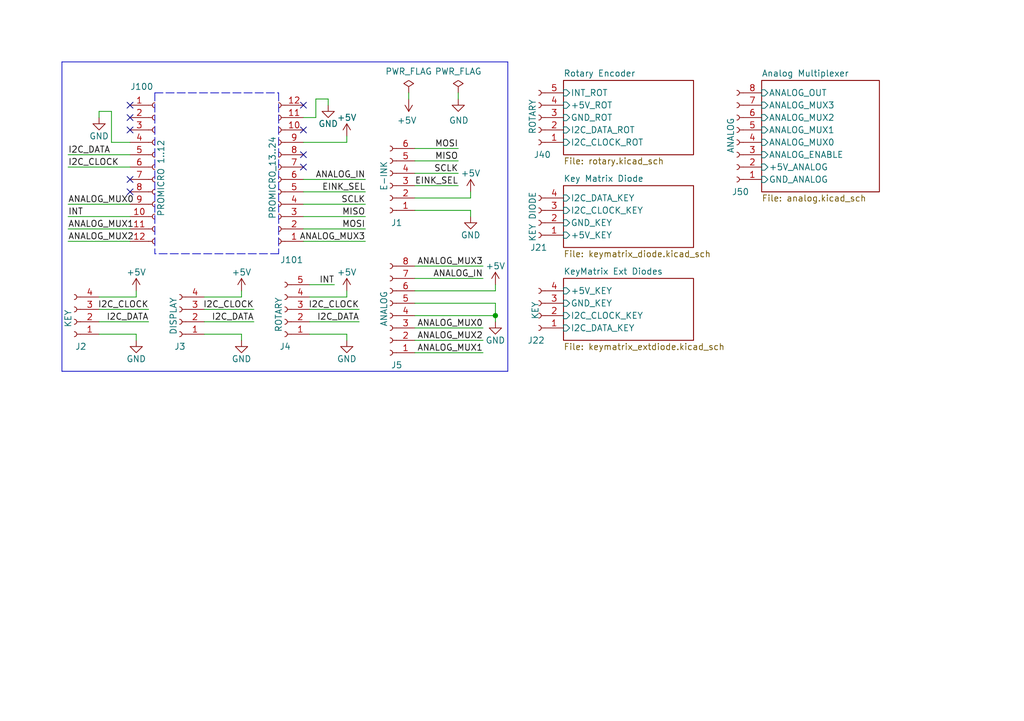
<source format=kicad_sch>
(kicad_sch (version 20211123) (generator eeschema)
  (paper "A5")
  (title_block (title "CIMDID") (date "2022-02-08") (rev "1.0") (comment 1 "@grumpydevelop@contentnation.net") (comment 2 "https://contentnation.net/en/grumpydevelop/cimdit_1"))
  (lib_symbols
    (symbol "Connector:Conn_01x04_Female" (pin_names (offset 1.016) hide)
      (property "Reference" "J" (at 0 5.08 0))
      (property "Value" "Conn_01x04_Female" (at 0 -7.62 0))
      (symbol "Conn_01x04_Female_1_1"
        (arc (start 0 -4.572) (mid -0.508 -5.08) (end 0 -5.588) (stroke (width 0.1524)))
        (arc (start 0 -2.032) (mid -0.508 -2.54) (end 0 -3.048) (stroke (width 0.1524)))
        (polyline (pts (xy -1.27 -5.08) (xy -0.508 -5.08)) (stroke (width 0.1524)))
        (polyline (pts (xy -1.27 -2.54) (xy -0.508 -2.54)) (stroke (width 0.1524)))
        (polyline (pts (xy -1.27 0) (xy -0.508 0)) (stroke (width 0.1524)))
        (polyline (pts (xy -1.27 2.54) (xy -0.508 2.54)) (stroke (width 0.1524)))
        (arc (start 0 0.508) (mid -0.508 0) (end 0 -0.508) (stroke (width 0.1524)))
        (arc (start 0 3.048) (mid -0.508 2.54) (end 0 2.032) (stroke (width 0.1524)))
        (pin passive line (at -5.08 2.54 0) (length 3.81) (name "Pin_1") (number "1"))
        (pin passive line (at -5.08 0 0) (length 3.81) (name "Pin_2") (number "2"))
        (pin passive line (at -5.08 -2.54 0) (length 3.81) (name "Pin_3") (number "3"))
        (pin passive line (at -5.08 -5.08 0) (length 3.81) (name "Pin_4") (number "4"))
      )
    )
    (symbol "Connector:Conn_01x05_Female" (pin_names (offset 1.016) hide)
      (property "Reference" "J" (at 0 7.62 0))
      (property "Value" "Conn_01x05_Female" (at 0 -7.62 0))
      (symbol "Conn_01x05_Female_1_1"
        (arc (start 0 -4.572) (mid -0.508 -5.08) (end 0 -5.588) (stroke (width 0.1524)))
        (arc (start 0 -2.032) (mid -0.508 -2.54) (end 0 -3.048) (stroke (width 0.1524)))
        (polyline (pts (xy -1.27 -5.08) (xy -0.508 -5.08)) (stroke (width 0.1524)))
        (polyline (pts (xy -1.27 -2.54) (xy -0.508 -2.54)) (stroke (width 0.1524)))
        (polyline (pts (xy -1.27 0) (xy -0.508 0)) (stroke (width 0.1524)))
        (polyline (pts (xy -1.27 2.54) (xy -0.508 2.54)) (stroke (width 0.1524)))
        (polyline (pts (xy -1.27 5.08) (xy -0.508 5.08)) (stroke (width 0.1524)))
        (arc (start 0 0.508) (mid -0.508 0) (end 0 -0.508) (stroke (width 0.1524)))
        (arc (start 0 3.048) (mid -0.508 2.54) (end 0 2.032) (stroke (width 0.1524)))
        (arc (start 0 5.588) (mid -0.508 5.08) (end 0 4.572) (stroke (width 0.1524)))
        (pin passive line (at -5.08 5.08 0) (length 3.81) (name "Pin_1") (number "1"))
        (pin passive line (at -5.08 2.54 0) (length 3.81) (name "Pin_2") (number "2"))
        (pin passive line (at -5.08 0 0) (length 3.81) (name "Pin_3") (number "3"))
        (pin passive line (at -5.08 -2.54 0) (length 3.81) (name "Pin_4") (number "4"))
        (pin passive line (at -5.08 -5.08 0) (length 3.81) (name "Pin_5") (number "5"))
      )
    )
    (symbol "Connector:Conn_01x06_Female" (pin_names (offset 1.016) hide)
      (property "Reference" "J" (at 0 7.62 0))
      (property "Value" "Conn_01x06_Female" (at 0 -10.16 0))
      (symbol "Conn_01x06_Female_1_1"
        (arc (start 0 -7.112) (mid -0.508 -7.62) (end 0 -8.128) (stroke (width 0.1524)))
        (arc (start 0 -4.572) (mid -0.508 -5.08) (end 0 -5.588) (stroke (width 0.1524)))
        (arc (start 0 -2.032) (mid -0.508 -2.54) (end 0 -3.048) (stroke (width 0.1524)))
        (polyline (pts (xy -1.27 -7.62) (xy -0.508 -7.62)) (stroke (width 0.1524)))
        (polyline (pts (xy -1.27 -5.08) (xy -0.508 -5.08)) (stroke (width 0.1524)))
        (polyline (pts (xy -1.27 -2.54) (xy -0.508 -2.54)) (stroke (width 0.1524)))
        (polyline (pts (xy -1.27 0) (xy -0.508 0)) (stroke (width 0.1524)))
        (polyline (pts (xy -1.27 2.54) (xy -0.508 2.54)) (stroke (width 0.1524)))
        (polyline (pts (xy -1.27 5.08) (xy -0.508 5.08)) (stroke (width 0.1524)))
        (arc (start 0 0.508) (mid -0.508 0) (end 0 -0.508) (stroke (width 0.1524)))
        (arc (start 0 3.048) (mid -0.508 2.54) (end 0 2.032) (stroke (width 0.1524)))
        (arc (start 0 5.588) (mid -0.508 5.08) (end 0 4.572) (stroke (width 0.1524)))
        (pin passive line (at -5.08 5.08 0) (length 3.81) (name "Pin_1") (number "1"))
        (pin passive line (at -5.08 2.54 0) (length 3.81) (name "Pin_2") (number "2"))
        (pin passive line (at -5.08 0 0) (length 3.81) (name "Pin_3") (number "3"))
        (pin passive line (at -5.08 -2.54 0) (length 3.81) (name "Pin_4") (number "4"))
        (pin passive line (at -5.08 -5.08 0) (length 3.81) (name "Pin_5") (number "5"))
        (pin passive line (at -5.08 -7.62 0) (length 3.81) (name "Pin_6") (number "6"))
      )
    )
    (symbol "Connector:Conn_01x08_Female" (pin_names (offset 1.016) hide)
      (property "Reference" "J" (at 0 10.16 0))
      (property "Value" "Conn_01x08_Female" (at 0 -12.7 0))
      (symbol "Conn_01x08_Female_1_1"
        (arc (start 0 -9.652) (mid -0.508 -10.16) (end 0 -10.668) (stroke (width 0.1524)))
        (arc (start 0 -7.112) (mid -0.508 -7.62) (end 0 -8.128) (stroke (width 0.1524)))
        (arc (start 0 -4.572) (mid -0.508 -5.08) (end 0 -5.588) (stroke (width 0.1524)))
        (arc (start 0 -2.032) (mid -0.508 -2.54) (end 0 -3.048) (stroke (width 0.1524)))
        (polyline (pts (xy -1.27 -10.16) (xy -0.508 -10.16)) (stroke (width 0.1524)))
        (polyline (pts (xy -1.27 -7.62) (xy -0.508 -7.62)) (stroke (width 0.1524)))
        (polyline (pts (xy -1.27 -5.08) (xy -0.508 -5.08)) (stroke (width 0.1524)))
        (polyline (pts (xy -1.27 -2.54) (xy -0.508 -2.54)) (stroke (width 0.1524)))
        (polyline (pts (xy -1.27 0) (xy -0.508 0)) (stroke (width 0.1524)))
        (polyline (pts (xy -1.27 2.54) (xy -0.508 2.54)) (stroke (width 0.1524)))
        (polyline (pts (xy -1.27 5.08) (xy -0.508 5.08)) (stroke (width 0.1524)))
        (polyline (pts (xy -1.27 7.62) (xy -0.508 7.62)) (stroke (width 0.1524)))
        (arc (start 0 0.508) (mid -0.508 0) (end 0 -0.508) (stroke (width 0.1524)))
        (arc (start 0 3.048) (mid -0.508 2.54) (end 0 2.032) (stroke (width 0.1524)))
        (arc (start 0 5.588) (mid -0.508 5.08) (end 0 4.572) (stroke (width 0.1524)))
        (arc (start 0 8.128) (mid -0.508 7.62) (end 0 7.112) (stroke (width 0.1524)))
        (pin passive line (at -5.08 7.62 0) (length 3.81) (name "Pin_1") (number "1"))
        (pin passive line (at -5.08 5.08 0) (length 3.81) (name "Pin_2") (number "2"))
        (pin passive line (at -5.08 2.54 0) (length 3.81) (name "Pin_3") (number "3"))
        (pin passive line (at -5.08 0 0) (length 3.81) (name "Pin_4") (number "4"))
        (pin passive line (at -5.08 -2.54 0) (length 3.81) (name "Pin_5") (number "5"))
        (pin passive line (at -5.08 -5.08 0) (length 3.81) (name "Pin_6") (number "6"))
        (pin passive line (at -5.08 -7.62 0) (length 3.81) (name "Pin_7") (number "7"))
        (pin passive line (at -5.08 -10.16 0) (length 3.81) (name "Pin_8") (number "8"))
      )
    )
    (symbol "Connector:Conn_01x12_Female" (pin_names (offset 1.016) hide)
      (property "Reference" "J" (at 0 15.24 0))
      (property "Value" "Conn_01x12_Female" (at 0 -17.78 0))
      (symbol "Conn_01x12_Female_1_1"
        (arc (start 0 -14.732) (mid -0.508 -15.24) (end 0 -15.748) (stroke (width 0.1524)))
        (arc (start 0 -12.192) (mid -0.508 -12.7) (end 0 -13.208) (stroke (width 0.1524)))
        (arc (start 0 -9.652) (mid -0.508 -10.16) (end 0 -10.668) (stroke (width 0.1524)))
        (arc (start 0 -7.112) (mid -0.508 -7.62) (end 0 -8.128) (stroke (width 0.1524)))
        (arc (start 0 -4.572) (mid -0.508 -5.08) (end 0 -5.588) (stroke (width 0.1524)))
        (arc (start 0 -2.032) (mid -0.508 -2.54) (end 0 -3.048) (stroke (width 0.1524)))
        (polyline (pts (xy -1.27 -15.24) (xy -0.508 -15.24)) (stroke (width 0.1524)))
        (polyline (pts (xy -1.27 -12.7) (xy -0.508 -12.7)) (stroke (width 0.1524)))
        (polyline (pts (xy -1.27 -10.16) (xy -0.508 -10.16)) (stroke (width 0.1524)))
        (polyline (pts (xy -1.27 -7.62) (xy -0.508 -7.62)) (stroke (width 0.1524)))
        (polyline (pts (xy -1.27 -5.08) (xy -0.508 -5.08)) (stroke (width 0.1524)))
        (polyline (pts (xy -1.27 -2.54) (xy -0.508 -2.54)) (stroke (width 0.1524)))
        (polyline (pts (xy -1.27 0) (xy -0.508 0)) (stroke (width 0.1524)))
        (polyline (pts (xy -1.27 2.54) (xy -0.508 2.54)) (stroke (width 0.1524)))
        (polyline (pts (xy -1.27 5.08) (xy -0.508 5.08)) (stroke (width 0.1524)))
        (polyline (pts (xy -1.27 7.62) (xy -0.508 7.62)) (stroke (width 0.1524)))
        (polyline (pts (xy -1.27 10.16) (xy -0.508 10.16)) (stroke (width 0.1524)))
        (polyline (pts (xy -1.27 12.7) (xy -0.508 12.7)) (stroke (width 0.1524)))
        (arc (start 0 0.508) (mid -0.508 0) (end 0 -0.508) (stroke (width 0.1524)))
        (arc (start 0 3.048) (mid -0.508 2.54) (end 0 2.032) (stroke (width 0.1524)))
        (arc (start 0 5.588) (mid -0.508 5.08) (end 0 4.572) (stroke (width 0.1524)))
        (arc (start 0 8.128) (mid -0.508 7.62) (end 0 7.112) (stroke (width 0.1524)))
        (arc (start 0 10.668) (mid -0.508 10.16) (end 0 9.652) (stroke (width 0.1524)))
        (arc (start 0 13.208) (mid -0.508 12.7) (end 0 12.192) (stroke (width 0.1524)))
        (pin passive line (at -5.08 12.7 0) (length 3.81) (name "Pin_1") (number "1"))
        (pin passive line (at -5.08 -10.16 0) (length 3.81) (name "Pin_10") (number "10"))
        (pin passive line (at -5.08 -12.7 0) (length 3.81) (name "Pin_11") (number "11"))
        (pin passive line (at -5.08 -15.24 0) (length 3.81) (name "Pin_12") (number "12"))
        (pin passive line (at -5.08 10.16 0) (length 3.81) (name "Pin_2") (number "2"))
        (pin passive line (at -5.08 7.62 0) (length 3.81) (name "Pin_3") (number "3"))
        (pin passive line (at -5.08 5.08 0) (length 3.81) (name "Pin_4") (number "4"))
        (pin passive line (at -5.08 2.54 0) (length 3.81) (name "Pin_5") (number "5"))
        (pin passive line (at -5.08 0 0) (length 3.81) (name "Pin_6") (number "6"))
        (pin passive line (at -5.08 -2.54 0) (length 3.81) (name "Pin_7") (number "7"))
        (pin passive line (at -5.08 -5.08 0) (length 3.81) (name "Pin_8") (number "8"))
        (pin passive line (at -5.08 -7.62 0) (length 3.81) (name "Pin_9") (number "9"))
      )
    )
    (symbol "power:+5V" (power) (pin_names (offset 0))
      (property "Value" "+5V" (at 0 3.556 0))
      (symbol "+5V_0_1"
        (polyline (pts (xy -0.762 1.27) (xy 0 2.54)))
        (polyline (pts (xy 0 0) (xy 0 2.54)))
        (polyline (pts (xy 0 2.54) (xy 0.762 1.27)))
      )
      (symbol "+5V_1_1"
        (pin power_in line (at 0 0 90) (length 0) hide (name "+5V") (number "1"))
      )
    )
    (symbol "power:GND" (power) (pin_names (offset 0))
      (property "Value" "GND" (at 0 -3.81 0))
      (symbol "GND_0_1"
        (polyline (pts (xy 0 0) (xy 0 -1.27) (xy 1.27 -1.27) (xy 0 -2.54) (xy -1.27 -1.27) (xy 0 -1.27)))
      )
      (symbol "GND_1_1"
        (pin power_in line (at 0 0 270) (length 0) hide (name "GND") (number "1"))
      )
    )
    (symbol "power:PWR_FLAG" (power) (pin_numbers hide) (pin_names (offset 0) hide)
      (property "Value" "PWR_FLAG" (at 0 3.81 0))
      (symbol "PWR_FLAG_0_0"
        (pin power_out line (at 0 0 90) (length 0) (name "pwr") (number "1"))
      )
      (symbol "PWR_FLAG_0_1"
        (polyline (pts (xy 0 0) (xy 0 1.27) (xy -1.016 1.905) (xy 0 2.54) (xy 1.016 1.905) (xy 0 1.27)))
      )
    )
  )
  (junction (at 101.6 64.77))
  (no_connect (at 26.67 26.67))
  (no_connect (at 26.67 36.83))
  (no_connect (at 62.23 26.67))
  (no_connect (at 26.67 39.37))
  (no_connect (at 26.67 24.13))
  (no_connect (at 62.23 21.59))
  (no_connect (at 26.67 21.59))
  (no_connect (at 62.23 31.75))
  (no_connect (at 62.23 34.29))
  (wire (pts (xy 101.6 64.77) (xy 101.6 66.04)))
  (wire (pts (xy 99.06 54.61) (xy 85.09 54.61)))
  (wire (pts (xy 62.23 39.37) (xy 74.93 39.37)))
  (polyline (pts (xy 104.14 12.7) (xy 104.14 76.2)) (stroke (width 0) (type solid)))
  (wire (pts (xy 85.09 67.31) (xy 99.06 67.31)))
  (wire (pts (xy 49.53 69.85) (xy 49.53 68.58)))
  (wire (pts (xy 62.23 24.13) (xy 64.77 24.13)))
  (wire (pts (xy 99.06 57.15) (xy 85.09 57.15)))
  (wire (pts (xy 64.77 20.32) (xy 67.31 20.32)))
  (wire (pts (xy 30.48 66.04) (xy 20.32 66.04)))
  (wire (pts (xy 85.09 43.18) (xy 96.52 43.18)))
  (wire (pts (xy 96.52 40.64) (xy 96.52 39.37)))
  (wire (pts (xy 64.77 24.13) (xy 64.77 20.32)))
  (wire (pts (xy 26.67 41.91) (xy 13.97 41.91)))
  (wire (pts (xy 101.6 62.23) (xy 101.6 64.77)))
  (wire (pts (xy 85.09 30.48) (xy 93.98 30.48)))
  (wire (pts (xy 71.12 68.58) (xy 63.5 68.58)))
  (wire (pts (xy 26.67 46.99) (xy 13.97 46.99)))
  (wire (pts (xy 74.93 36.83) (xy 62.23 36.83)))
  (wire (pts (xy 67.31 20.32) (xy 67.31 21.59)))
  (polyline (pts (xy 57.15 52.07) (xy 31.75 52.07)))
  (wire (pts (xy 93.98 33.02) (xy 85.09 33.02)))
  (wire (pts (xy 62.23 44.45) (xy 74.93 44.45)))
  (wire (pts (xy 26.67 49.53) (xy 13.97 49.53)))
  (wire (pts (xy 22.86 29.21) (xy 22.86 22.86)))
  (wire (pts (xy 83.82 20.32) (xy 83.82 19.05)))
  (wire (pts (xy 96.52 44.45) (xy 96.52 43.18)))
  (wire (pts (xy 73.66 63.5) (xy 63.5 63.5)))
  (wire (pts (xy 62.23 29.21) (xy 71.12 29.21)))
  (wire (pts (xy 85.09 62.23) (xy 101.6 62.23)))
  (wire (pts (xy 93.98 19.05) (xy 93.98 20.32)))
  (wire (pts (xy 27.94 68.58) (xy 20.32 68.58)))
  (wire (pts (xy 101.6 59.69) (xy 85.09 59.69)))
  (wire (pts (xy 63.5 58.42) (xy 68.58 58.42)))
  (wire (pts (xy 85.09 40.64) (xy 96.52 40.64)))
  (wire (pts (xy 27.94 60.96) (xy 20.32 60.96)))
  (wire (pts (xy 62.23 49.53) (xy 74.93 49.53)))
  (wire (pts (xy 101.6 58.42) (xy 101.6 59.69)))
  (polyline (pts (xy 104.14 76.2) (xy 12.7 76.2)) (stroke (width 0) (type solid)))
  (wire (pts (xy 93.98 38.1) (xy 85.09 38.1)))
  (polyline (pts (xy 57.15 19.05) (xy 57.15 52.07)))
  (wire (pts (xy 63.5 60.96) (xy 71.12 60.96)))
  (polyline (pts (xy 12.7 12.7) (xy 104.14 12.7)) (stroke (width 0) (type solid)))
  (polyline (pts (xy 31.75 19.05) (xy 57.15 19.05)))
  (wire (pts (xy 22.86 22.86) (xy 20.32 22.86)))
  (wire (pts (xy 27.94 60.96) (xy 27.94 59.69)))
  (wire (pts (xy 26.67 29.21) (xy 22.86 29.21)))
  (wire (pts (xy 71.12 60.96) (xy 71.12 59.69)))
  (wire (pts (xy 101.6 64.77) (xy 85.09 64.77)))
  (wire (pts (xy 41.91 63.5) (xy 52.07 63.5)))
  (wire (pts (xy 85.09 72.39) (xy 99.06 72.39)))
  (wire (pts (xy 27.94 69.85) (xy 27.94 68.58)))
  (wire (pts (xy 99.06 69.85) (xy 85.09 69.85)))
  (wire (pts (xy 26.67 34.29) (xy 13.97 34.29)))
  (wire (pts (xy 62.23 46.99) (xy 74.93 46.99)))
  (wire (pts (xy 49.53 60.96) (xy 41.91 60.96)))
  (polyline (pts (xy 12.7 12.7) (xy 12.7 76.2)) (stroke (width 0) (type solid)))
  (wire (pts (xy 26.67 44.45) (xy 13.97 44.45)))
  (polyline (pts (xy 31.75 19.05) (xy 31.75 52.07)))
  (wire (pts (xy 71.12 68.58) (xy 71.12 69.85)))
  (wire (pts (xy 71.12 29.21) (xy 71.12 27.94)))
  (wire (pts (xy 26.67 31.75) (xy 13.97 31.75)))
  (wire (pts (xy 49.53 68.58) (xy 41.91 68.58)))
  (wire (pts (xy 63.5 66.04) (xy 73.66 66.04)))
  (wire (pts (xy 49.53 60.96) (xy 49.53 59.69)))
  (wire (pts (xy 20.32 63.5) (xy 30.48 63.5)))
  (wire (pts (xy 52.07 66.04) (xy 41.91 66.04)))
  (wire (pts (xy 62.23 41.91) (xy 74.93 41.91)))
  (wire (pts (xy 20.32 22.86) (xy 20.32 24.13)))
  (wire (pts (xy 93.98 35.56) (xy 85.09 35.56)))
  (label "ANALOG_MUX0" (at 13.97 41.91 0))
  (label "I2C_DATA" (at 73.66 66.04 180))
  (label "ANALOG_MUX3" (at 74.93 49.53 180))
  (label "EINK_SEL" (at 74.93 39.37 180))
  (label "MISO" (at 74.93 44.45 180))
  (label "I2C_CLOCK" (at 13.97 34.29 0))
  (label "ANALOG_IN" (at 99.06 57.15 180))
  (label "ANALOG_IN" (at 74.93 36.83 180))
  (label "ANALOG_MUX1" (at 13.97 46.99 0))
  (label "MISO" (at 93.98 33.02 180))
  (label "I2C_CLOCK" (at 73.66 63.5 180))
  (label "ANALOG_MUX0" (at 99.06 67.31 180))
  (label "INT" (at 68.58 58.42 180))
  (label "MOSI" (at 74.93 46.99 180))
  (label "SCLK" (at 93.98 35.56 180))
  (label "INT" (at 13.97 44.45 0))
  (label "I2C_DATA" (at 13.97 31.75 0))
  (label "ANALOG_MUX2" (at 99.06 69.85 180))
  (label "EINK_SEL" (at 93.98 38.1 180))
  (label "ANALOG_MUX1" (at 99.06 72.39 180))
  (label "I2C_DATA" (at 52.07 66.04 180))
  (label "ANALOG_MUX2" (at 13.97 49.53 0))
  (label "I2C_DATA" (at 30.48 66.04 180))
  (label "I2C_CLOCK" (at 52.07 63.5 180))
  (label "I2C_CLOCK" (at 30.48 63.5 180))
  (label "MOSI" (at 93.98 30.48 180))
  (label "SCLK" (at 74.93 41.91 180))
  (label "ANALOG_MUX3" (at 99.06 54.61 180))
  (symbol (lib_id "power:GND") (at 67.31 21.59 0) (unit 1)
    (property "Reference" "#PWR0107" (effects hide))
    (property "Value" "GND" (at 67.31 25.4 0))
  )
  (symbol (lib_id "power:+5V") (at 71.12 27.94 0) (unit 1)
    (property "Reference" "#PWR0105" (effects hide))
    (property "Value" "+5V" (at 71.12 24.13 0))
  )
  (symbol (lib_id "Connector:Conn_01x04_Female") (at 36.83 66.04 180) (unit 1)
    (property "Reference" "J3" (at 38.1 71.12 0) (effects (justify left)))
    (property "Value" "DISPLAY" (at 35.56 60.96 90) (effects (justify left)))
    (property "Footprint" "Connector_PinSocket_2.54mm:PinSocket_1x04_P2.54mm_Vertical" (effects hide))
  )
  (symbol (lib_id "power:+5V") (at 49.53 59.69 0) (unit 1)
    (property "Reference" "#PWR0103" (effects hide))
    (property "Value" "+5V" (at 49.53 55.88 0))
  )
  (symbol (lib_id "power:GND") (at 49.53 69.85 0) (unit 1)
    (property "Reference" "#PWR0115" (effects hide))
    (property "Value" "GND" (at 49.53 73.66 0))
  )
  (symbol (lib_id "Connector:Conn_01x05_Female") (at 58.42 63.5 180) (unit 1)
    (property "Reference" "J4" (at 59.69 71.12 0) (effects (justify left)))
    (property "Value" "ROTARY" (at 57.15 60.96 90) (effects (justify left)))
    (property "Footprint" "Connector_PinSocket_2.54mm:PinSocket_1x05_P2.54mm_Vertical" (effects hide))
  )
  (symbol (lib_id "power:+5V") (at 71.12 59.69 0) (unit 1)
    (property "Reference" "#PWR0101" (effects hide))
    (property "Value" "+5V" (at 71.12 55.88 0))
  )
  (symbol (lib_id "power:GND") (at 71.12 69.85 0) (unit 1)
    (property "Reference" "#PWR0113" (effects hide))
    (property "Value" "GND" (at 71.12 73.66 0))
  )
  (symbol (lib_id "Connector:Conn_01x04_Female") (at 15.24 66.04 180) (unit 1)
    (property "Reference" "J2" (at 17.78 71.12 0) (effects (justify left)))
    (property "Value" "KEY" (at 13.97 63.5 90) (effects (justify left)))
    (property "Footprint" "Connector_PinSocket_2.54mm:PinSocket_1x04_P2.54mm_Vertical" (effects hide))
  )
  (symbol (lib_id "power:+5V") (at 27.94 59.69 0) (unit 1)
    (property "Reference" "#PWR0112" (effects hide))
    (property "Value" "+5V" (at 27.94 55.88 0))
  )
  (symbol (lib_id "power:GND") (at 27.94 69.85 0) (unit 1)
    (property "Reference" "#PWR0114" (effects hide))
    (property "Value" "GND" (at 27.94 73.66 0))
  )
  (symbol (lib_id "power:PWR_FLAG") (at 83.82 19.05 0) (unit 1)
    (property "Reference" "#FLG0102" (effects hide))
    (property "Value" "PWR_FLAG" (at 83.82 14.6558 0))
  )
  (symbol (lib_id "power:+5V") (at 83.82 20.32 180) (unit 1)
    (property "Reference" "#PWR0106" (effects hide))
    (property "Value" "+5V" (at 83.439 24.7142 0))
  )
  (symbol (lib_id "power:PWR_FLAG") (at 93.98 19.05 0) (unit 1)
    (property "Reference" "#FLG0101" (effects hide))
    (property "Value" "PWR_FLAG" (at 93.98 14.6558 0))
  )
  (symbol (lib_id "power:GND") (at 93.98 20.32 0) (unit 1)
    (property "Reference" "#PWR0108" (effects hide))
    (property "Value" "GND" (at 94.107 24.7142 0))
  )
  (symbol (lib_id "Connector:Conn_01x08_Female") (at 80.01 64.77 180) (unit 1)
    (property "Reference" "J5" (at 82.55 74.93 0) (effects (justify left)))
    (property "Value" "ANALOG" (at 78.74 59.69 90) (effects (justify left)))
    (property "Footprint" "Connector_PinSocket_2.54mm:PinSocket_1x08_P2.54mm_Vertical" (effects hide))
  )
  (symbol (lib_id "power:+5V") (at 101.6 58.42 0) (unit 1)
    (property "Reference" "#PWR0102" (effects hide))
    (property "Value" "+5V" (at 101.6 54.61 0))
  )
  (symbol (lib_id "power:GND") (at 101.6 66.04 0) (unit 1)
    (property "Reference" "#PWR0104" (effects hide))
    (property "Value" "GND" (at 101.6 69.85 0))
  )
  (symbol (lib_id "Connector:Conn_01x06_Female") (at 80.01 38.1 180) (unit 1)
    (property "Reference" "J1" (at 82.55 45.72 0) (effects (justify left)))
    (property "Value" "E-INK" (at 78.74 33.02 90) (effects (justify left)))
    (property "Footprint" "Connector_PinSocket_2.54mm:PinSocket_1x06_P2.54mm_Vertical" (effects hide))
  )
  (symbol (lib_id "power:GND") (at 96.52 44.45 0) (unit 1)
    (property "Reference" "#PWR0110" (effects hide))
    (property "Value" "GND" (at 96.52 48.26 0))
  )
  (symbol (lib_id "power:+5V") (at 96.52 39.37 0) (unit 1)
    (property "Reference" "#PWR0109" (effects hide))
    (property "Value" "+5V" (at 96.52 35.56 0))
  )
  (symbol (lib_id "power:GND") (at 20.32 24.13 0) (unit 1)
    (property "Reference" "#PWR0111" (effects hide))
    (property "Value" "GND" (at 20.32 27.94 0))
  )
  (symbol (lib_id "Connector:Conn_01x12_Female") (at 31.75 34.29 0) (unit 1)
    (property "Reference" "J100" (at 26.67 17.78 0) (effects (justify left)))
    (property "Value" "PROMICRO 1..12" (at 33.02 44.45 90) (effects (justify left)))
    (property "Footprint" "Connector_PinSocket_2.54mm:PinSocket_1x12_P2.54mm_Vertical" (effects hide))
  )
  (symbol (lib_id "Connector:Conn_01x04_Female") (at 110.49 64.77 180) (unit 1)
    (property "Reference" "J22" (at 111.76 69.85 0) (effects (justify left)))
    (property "Value" "KEY" (at 109.7788 61.849 90) (effects (justify left)))
    (property "Footprint" "Connector_PinSocket_2.54mm:PinSocket_1x04_P2.54mm_Vertical" (effects hide))
  )
  (symbol (lib_id "Connector:Conn_01x08_Female") (at 151.13 29.21 180) (unit 1)
    (property "Reference" "J50" (at 153.67 39.37 0) (effects (justify left)))
    (property "Value" "ANALOG" (at 149.86 24.13 90) (effects (justify left)))
    (property "Footprint" "Connector_PinSocket_2.54mm:PinSocket_1x08_P2.54mm_Vertical" (effects hide))
  )
  (symbol (lib_id "Connector:Conn_01x05_Female") (at 110.49 24.13 180) (unit 1)
    (property "Reference" "J40" (at 113.03 31.75 0) (effects (justify left)))
    (property "Value" "ROTARY" (at 109.22 20.32 90) (effects (justify left)))
    (property "Footprint" "Connector_PinSocket_2.54mm:PinSocket_1x05_P2.54mm_Vertical" (effects hide))
  )
  (symbol (lib_id "Connector:Conn_01x04_Female") (at 110.49 45.72 180) (unit 1)
    (property "Reference" "J21" (at 110.49 50.8 0))
    (property "Value" "KEY DIODE" (at 109.22 44.45 90))
    (property "Footprint" "Connector_PinSocket_2.54mm:PinSocket_1x04_P2.54mm_Vertical" (effects hide))
  )
  (symbol (lib_id "Connector:Conn_01x12_Female") (at 57.15 36.83 180) (unit 1)
    (property "Reference" "J101" (at 62.23 53.34 0) (effects (justify left)))
    (property "Value" "PROMICRO_13..24" (at 55.88 27.94 90) (effects (justify left)))
    (property "Footprint" "Connector_PinSocket_2.54mm:PinSocket_1x12_P2.54mm_Vertical" (effects hide))
  )
  (sheet (at 115.57 16.51) (size 26.67 15.24) (stroke (width 0.1524))
    (property "Sheet name" "Rotary Encoder" (at 115.57 15.7984 0) (effects (justify left bottom)))
    (property "Sheet file" "rotary.kicad_sch" (at 115.57 32.3346 0) (effects (justify left top)))
    (pin "+5V_ROT" input (at 115.57 21.59 180))
    (pin "GND_ROT" input (at 115.57 24.13 180))
    (pin "I2C_DATA_ROT" input (at 115.57 26.67 180))
    (pin "INT_ROT" input (at 115.57 19.05 180))
    (pin "I2C_CLOCK_ROT" input (at 115.57 29.21 180))
  )
  (sheet (at 156.21 16.51) (size 24.13 22.86) (stroke (width 0.1524))
    (property "Sheet name" "Analog Multiplexer" (at 156.21 15.7984 0) (effects (justify left bottom)))
    (property "Sheet file" "analog.kicad_sch" (at 156.21 39.9546 0) (effects (justify left top)))
    (pin "ANALOG_MUX0" input (at 156.21 29.21 180))
    (pin "ANALOG_MUX1" input (at 156.21 26.67 180))
    (pin "ANALOG_MUX2" input (at 156.21 24.13 180))
    (pin "ANALOG_MUX3" input (at 156.21 21.59 180))
    (pin "GND_ANALOG" input (at 156.21 36.83 180))
    (pin "+5V_ANALOG" input (at 156.21 34.29 180))
    (pin "ANALOG_OUT" input (at 156.21 19.05 180))
    (pin "ANALOG_ENABLE" input (at 156.21 31.75 180))
  )
  (sheet (at 115.57 57.15) (size 26.67 12.7) (stroke (width 0.1524))
    (property "Sheet name" "KeyMatrix Ext Diodes" (at 115.57 56.4384 0) (effects (justify left bottom)))
    (property "Sheet file" "keymatrix_extdiode.kicad_sch" (at 115.57 70.4346 0) (effects (justify left top)))
    (pin "I2C_CLOCK_KEY" input (at 115.57 64.77 180))
    (pin "GND_KEY" input (at 115.57 62.23 180))
    (pin "I2C_DATA_KEY" input (at 115.57 67.31 180))
    (pin "+5V_KEY" input (at 115.57 59.69 180))
  )
  (sheet (at 115.57 38.1) (size 26.67 12.7) (stroke (width 0.1524))
    (property "Sheet name" "Key Matrix Diode" (at 115.57 37.3884 0) (effects (justify left bottom)))
    (property "Sheet file" "keymatrix_diode.kicad_sch" (at 115.57 51.3846 0) (effects (justify left top)))
    (pin "I2C_CLOCK_KEY" input (at 115.57 43.18 180))
    (pin "+5V_KEY" input (at 115.57 48.26 180))
    (pin "GND_KEY" input (at 115.57 45.72 180))
    (pin "I2C_DATA_KEY" input (at 115.57 40.64 180))
  )
)
</source>
